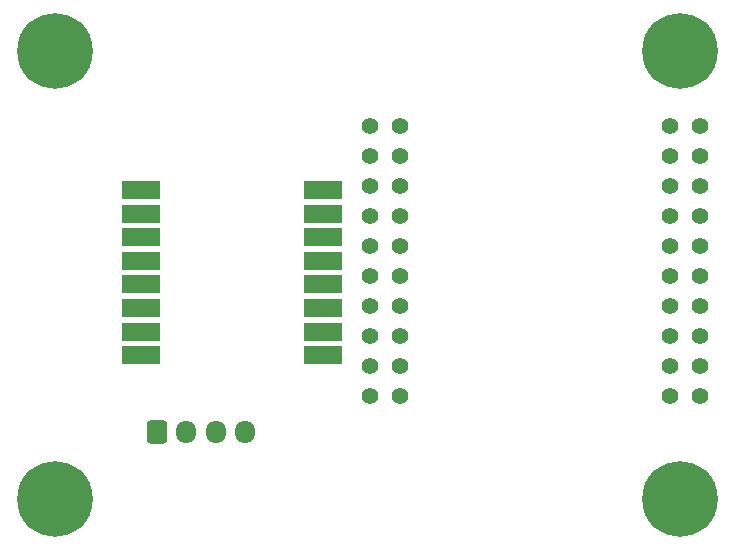
<source format=gbr>
%TF.GenerationSoftware,KiCad,Pcbnew,7.0.7*%
%TF.CreationDate,2023-11-15T17:54:30+01:00*%
%TF.ProjectId,Nodo_ESP32_bresser,4e6f646f-5f45-4535-9033-325f62726573,rev?*%
%TF.SameCoordinates,Original*%
%TF.FileFunction,Soldermask,Top*%
%TF.FilePolarity,Negative*%
%FSLAX46Y46*%
G04 Gerber Fmt 4.6, Leading zero omitted, Abs format (unit mm)*
G04 Created by KiCad (PCBNEW 7.0.7) date 2023-11-15 17:54:30*
%MOMM*%
%LPD*%
G01*
G04 APERTURE LIST*
G04 Aperture macros list*
%AMRoundRect*
0 Rectangle with rounded corners*
0 $1 Rounding radius*
0 $2 $3 $4 $5 $6 $7 $8 $9 X,Y pos of 4 corners*
0 Add a 4 corners polygon primitive as box body*
4,1,4,$2,$3,$4,$5,$6,$7,$8,$9,$2,$3,0*
0 Add four circle primitives for the rounded corners*
1,1,$1+$1,$2,$3*
1,1,$1+$1,$4,$5*
1,1,$1+$1,$6,$7*
1,1,$1+$1,$8,$9*
0 Add four rect primitives between the rounded corners*
20,1,$1+$1,$2,$3,$4,$5,0*
20,1,$1+$1,$4,$5,$6,$7,0*
20,1,$1+$1,$6,$7,$8,$9,0*
20,1,$1+$1,$8,$9,$2,$3,0*%
G04 Aperture macros list end*
%ADD10C,0.800000*%
%ADD11C,6.400000*%
%ADD12C,1.400000*%
%ADD13RoundRect,0.102000X1.500000X0.700000X-1.500000X0.700000X-1.500000X-0.700000X1.500000X-0.700000X0*%
%ADD14RoundRect,0.250000X-0.600000X-0.725000X0.600000X-0.725000X0.600000X0.725000X-0.600000X0.725000X0*%
%ADD15O,1.700000X1.950000*%
G04 APERTURE END LIST*
D10*
%TO.C,H3*%
X168543944Y-68808056D03*
X169246888Y-67111000D03*
X169246888Y-70505112D03*
X170943944Y-66408056D03*
D11*
X170943944Y-68808056D03*
D10*
X170943944Y-71208056D03*
X172641000Y-67111000D03*
X172641000Y-70505112D03*
X173343944Y-68808056D03*
%TD*%
%TO.C,H2*%
X168543944Y-106688944D03*
X169246888Y-104991888D03*
X169246888Y-108386000D03*
X170943944Y-104288944D03*
D11*
X170943944Y-106688944D03*
D10*
X170943944Y-109088944D03*
X172641000Y-104991888D03*
X172641000Y-108386000D03*
X173343944Y-106688944D03*
%TD*%
D12*
%TO.C,U1*%
X144701000Y-75112000D03*
X147241000Y-75112000D03*
X144701000Y-77652000D03*
X147241000Y-77652000D03*
X144701000Y-80192000D03*
X147241000Y-80192000D03*
X144701000Y-82732000D03*
X147241000Y-82732000D03*
X144701000Y-85272000D03*
X147241000Y-85272000D03*
X144701000Y-87812000D03*
X147241000Y-87812000D03*
X144701000Y-90352000D03*
X147241000Y-90352000D03*
X144701000Y-92892000D03*
X147241000Y-92892000D03*
X144701000Y-95432000D03*
X147241000Y-95432000D03*
X144701000Y-97972000D03*
X147241000Y-97972000D03*
X170101000Y-75112000D03*
X172641000Y-75112000D03*
X170101000Y-77652000D03*
X172641000Y-77652000D03*
X170101000Y-80192000D03*
X172641000Y-80192000D03*
X170101000Y-82732000D03*
X172641000Y-82732000D03*
X170101000Y-85272000D03*
X172641000Y-85272000D03*
X170101000Y-87812000D03*
X172641000Y-87812000D03*
X170101000Y-90352000D03*
X172641000Y-90352000D03*
X170101000Y-92892000D03*
X172641000Y-92892000D03*
X170101000Y-95432000D03*
X172641000Y-95432000D03*
X170101000Y-97972000D03*
X172641000Y-97972000D03*
%TD*%
D10*
%TO.C,H4*%
X115631000Y-68762000D03*
X116333944Y-67064944D03*
X116333944Y-70459056D03*
X118031000Y-66362000D03*
D11*
X118031000Y-68762000D03*
D10*
X118031000Y-71162000D03*
X119728056Y-67064944D03*
X119728056Y-70459056D03*
X120431000Y-68762000D03*
%TD*%
D13*
%TO.C,U2*%
X140660500Y-94558000D03*
X140660500Y-92558000D03*
X140660500Y-90558000D03*
X140660500Y-88558000D03*
X140660500Y-86558000D03*
X140660500Y-84558000D03*
X140660500Y-82558000D03*
X140660500Y-80558000D03*
X125260500Y-80558000D03*
X125260500Y-82558000D03*
X125260500Y-84558000D03*
X125260500Y-86558000D03*
X125260500Y-88558000D03*
X125260500Y-90558000D03*
X125260500Y-92558000D03*
X125260500Y-94558000D03*
%TD*%
D10*
%TO.C,H1*%
X115631000Y-106735000D03*
X116333944Y-105037944D03*
X116333944Y-108432056D03*
X118031000Y-104335000D03*
D11*
X118031000Y-106735000D03*
D10*
X118031000Y-109135000D03*
X119728056Y-105037944D03*
X119728056Y-108432056D03*
X120431000Y-106735000D03*
%TD*%
D14*
%TO.C,J2*%
X126600000Y-101020000D03*
D15*
X129100000Y-101020000D03*
X131600000Y-101020000D03*
X134100000Y-101020000D03*
%TD*%
M02*

</source>
